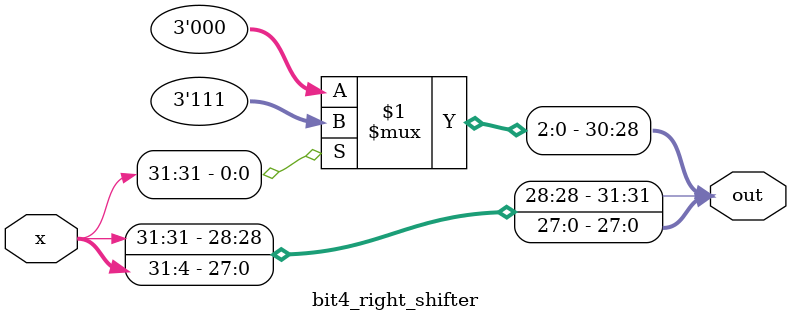
<source format=v>
module bit4_right_shifter(x, out);
    input [31:0] x;
    
    output [31:0] out;

    assign out[27:0] = x[31:4];
    assign out[30:28] = x[31] ? 3'b111 : 3'b0;
    assign out[31] = x[31];
endmodule
</source>
